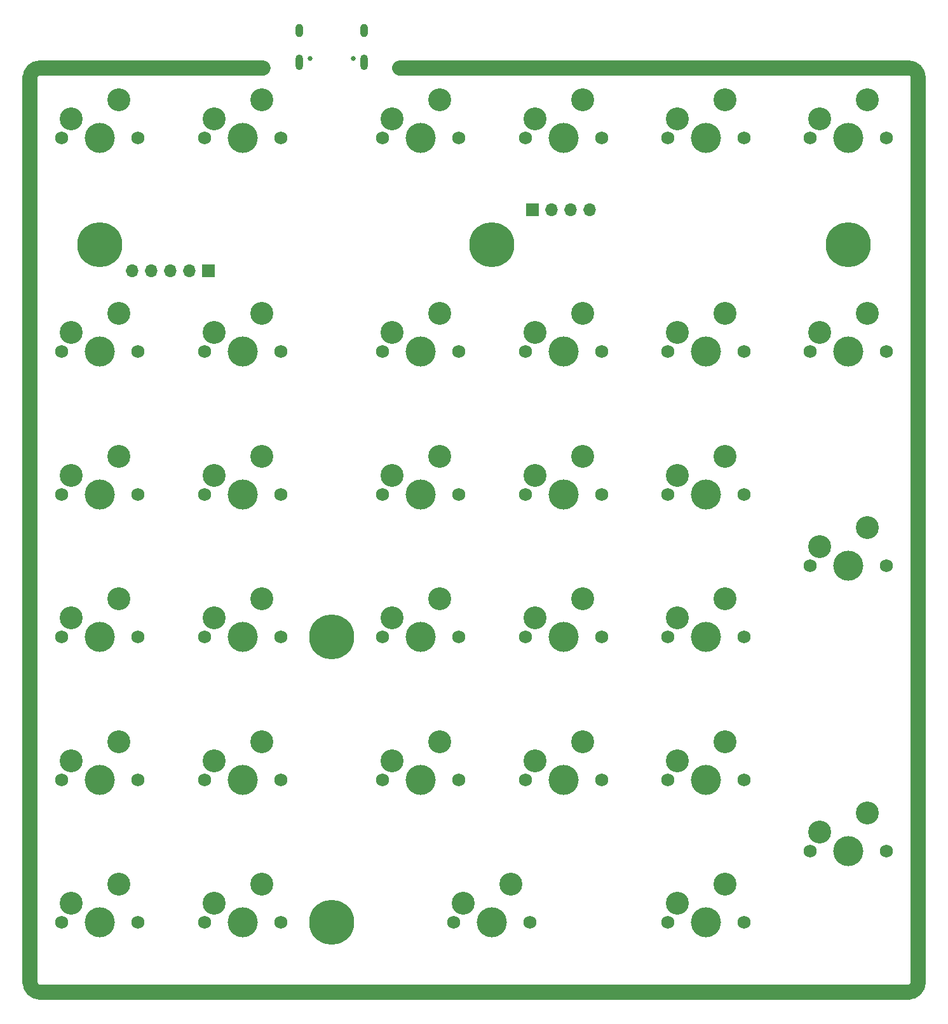
<source format=gbr>
%TF.GenerationSoftware,KiCad,Pcbnew,7.0.5-0*%
%TF.CreationDate,2023-08-05T14:47:29-05:00*%
%TF.ProjectId,Nifty Numpad,4e696674-7920-44e7-956d-7061642e6b69,rev?*%
%TF.SameCoordinates,Original*%
%TF.FileFunction,Soldermask,Top*%
%TF.FilePolarity,Negative*%
%FSLAX46Y46*%
G04 Gerber Fmt 4.6, Leading zero omitted, Abs format (unit mm)*
G04 Created by KiCad (PCBNEW 7.0.5-0) date 2023-08-05 14:47:29*
%MOMM*%
%LPD*%
G01*
G04 APERTURE LIST*
%ADD10C,2.000000*%
%ADD11C,1.750000*%
%ADD12C,3.050000*%
%ADD13C,4.000000*%
%ADD14C,6.000000*%
%ADD15R,1.700000X1.700000*%
%ADD16O,1.700000X1.700000*%
%ADD17C,0.650000*%
%ADD18O,1.000000X1.800000*%
%ADD19O,1.000000X2.100000*%
G04 APERTURE END LIST*
D10*
X152700000Y-196000000D02*
G75*
G03*
X154000000Y-197300000I1300000J0D01*
G01*
X271050000Y-75500000D02*
G75*
G03*
X269750000Y-74200000I-1300000J0D01*
G01*
X154000000Y-197300000D02*
X269750000Y-197300000D01*
X271050000Y-196000000D02*
X271050000Y-75500000D01*
X269750000Y-197300000D02*
G75*
G03*
X271050000Y-196000000I0J1300000D01*
G01*
X154000000Y-74200000D02*
G75*
G03*
X152700000Y-75500000I0J-1300000D01*
G01*
X183780000Y-74200000D02*
X154000000Y-74200000D01*
X152700000Y-75500000D02*
X152700000Y-196000000D01*
X269750000Y-74200000D02*
X201970000Y-74200000D01*
D11*
%TO.C,SW314*%
X175920000Y-131000000D03*
D12*
X177190000Y-128460000D03*
D13*
X181000000Y-131000000D03*
D12*
X183540000Y-125920000D03*
D11*
X186080000Y-131000000D03*
%TD*%
D14*
%TO.C,H105*%
X192875000Y-188000000D03*
%TD*%
D11*
%TO.C,SW313*%
X156920000Y-131000000D03*
D12*
X158190000Y-128460000D03*
D13*
X162000000Y-131000000D03*
D12*
X164540000Y-125920000D03*
D11*
X167080000Y-131000000D03*
%TD*%
%TO.C,SW318*%
X256670000Y-140500000D03*
D12*
X257940000Y-137960000D03*
D13*
X261750000Y-140500000D03*
D12*
X264290000Y-135420000D03*
D11*
X266830000Y-140500000D03*
%TD*%
%TO.C,SW310*%
X218670000Y-112000000D03*
D12*
X219940000Y-109460000D03*
D13*
X223750000Y-112000000D03*
D12*
X226290000Y-106920000D03*
D11*
X228830000Y-112000000D03*
%TD*%
%TO.C,SW308*%
X175920000Y-112000000D03*
D12*
X177190000Y-109460000D03*
D13*
X181000000Y-112000000D03*
D12*
X183540000Y-106920000D03*
D11*
X186080000Y-112000000D03*
%TD*%
%TO.C,SW304*%
X218670000Y-83500000D03*
D12*
X219940000Y-80960000D03*
D13*
X223750000Y-83500000D03*
D12*
X226290000Y-78420000D03*
D11*
X228830000Y-83500000D03*
%TD*%
%TO.C,SW307*%
X156920000Y-112000000D03*
D12*
X158190000Y-109460000D03*
D13*
X162000000Y-112000000D03*
D12*
X164540000Y-106920000D03*
D11*
X167080000Y-112000000D03*
%TD*%
%TO.C,SW305*%
X237670000Y-83500000D03*
D12*
X238940000Y-80960000D03*
D13*
X242750000Y-83500000D03*
D12*
X245290000Y-78420000D03*
D11*
X247830000Y-83500000D03*
%TD*%
%TO.C,SW333*%
X237670000Y-188000000D03*
D12*
X238940000Y-185460000D03*
D13*
X242750000Y-188000000D03*
D12*
X245290000Y-182920000D03*
D11*
X247830000Y-188000000D03*
%TD*%
%TO.C,SW332*%
X209170000Y-188000000D03*
D12*
X210440000Y-185460000D03*
D13*
X214250000Y-188000000D03*
D12*
X216790000Y-182920000D03*
D11*
X219330000Y-188000000D03*
%TD*%
%TO.C,SW330*%
X156920000Y-188000000D03*
D12*
X158190000Y-185460000D03*
D13*
X162000000Y-188000000D03*
D12*
X164540000Y-182920000D03*
D11*
X167080000Y-188000000D03*
%TD*%
%TO.C,SW325*%
X175920000Y-169000000D03*
D12*
X177190000Y-166460000D03*
D13*
X181000000Y-169000000D03*
D12*
X183540000Y-163920000D03*
D11*
X186080000Y-169000000D03*
%TD*%
D15*
%TO.C,J101*%
X176490000Y-101250000D03*
D16*
X173950000Y-101250000D03*
X171410000Y-101250000D03*
X168870000Y-101250000D03*
X166330000Y-101250000D03*
%TD*%
D11*
%TO.C,SW312*%
X256670000Y-112000000D03*
D12*
X257940000Y-109460000D03*
D13*
X261750000Y-112000000D03*
D12*
X264290000Y-106920000D03*
D11*
X266830000Y-112000000D03*
%TD*%
D14*
%TO.C,H102*%
X214250000Y-97750000D03*
%TD*%
D11*
%TO.C,SW320*%
X175920000Y-150000000D03*
D12*
X177190000Y-147460000D03*
D13*
X181000000Y-150000000D03*
D12*
X183540000Y-144920000D03*
D11*
X186080000Y-150000000D03*
%TD*%
%TO.C,SW323*%
X237670000Y-150000000D03*
D12*
X238940000Y-147460000D03*
D13*
X242750000Y-150000000D03*
D12*
X245290000Y-144920000D03*
D11*
X247830000Y-150000000D03*
%TD*%
%TO.C,SW315*%
X199670000Y-131000000D03*
D12*
X200940000Y-128460000D03*
D13*
X204750000Y-131000000D03*
D12*
X207290000Y-125920000D03*
D11*
X209830000Y-131000000D03*
%TD*%
%TO.C,SW303*%
X199670000Y-83500000D03*
D12*
X200940000Y-80960000D03*
D13*
X204750000Y-83500000D03*
D12*
X207290000Y-78420000D03*
D11*
X209830000Y-83500000D03*
%TD*%
D14*
%TO.C,H101*%
X162000000Y-97750000D03*
%TD*%
%TO.C,H103*%
X261750000Y-97750000D03*
%TD*%
D11*
%TO.C,SW324*%
X156920000Y-169000000D03*
D12*
X158190000Y-166460000D03*
D13*
X162000000Y-169000000D03*
D12*
X164540000Y-163920000D03*
D11*
X167080000Y-169000000D03*
%TD*%
D15*
%TO.C,J103*%
X219600000Y-93100000D03*
D16*
X222140000Y-93100000D03*
X224680000Y-93100000D03*
X227220000Y-93100000D03*
%TD*%
D11*
%TO.C,SW302*%
X175920000Y-83500000D03*
D12*
X177190000Y-80960000D03*
D13*
X181000000Y-83500000D03*
D12*
X183540000Y-78420000D03*
D11*
X186080000Y-83500000D03*
%TD*%
%TO.C,SW321*%
X199670000Y-150000000D03*
D12*
X200940000Y-147460000D03*
D13*
X204750000Y-150000000D03*
D12*
X207290000Y-144920000D03*
D11*
X209830000Y-150000000D03*
%TD*%
%TO.C,SW309*%
X199670000Y-112000000D03*
D12*
X200940000Y-109460000D03*
D13*
X204750000Y-112000000D03*
D12*
X207290000Y-106920000D03*
D11*
X209830000Y-112000000D03*
%TD*%
%TO.C,SW322*%
X218670000Y-150000000D03*
D12*
X219940000Y-147460000D03*
D13*
X223750000Y-150000000D03*
D12*
X226290000Y-144920000D03*
D11*
X228830000Y-150000000D03*
%TD*%
D14*
%TO.C,H104*%
X192875000Y-150000000D03*
%TD*%
D11*
%TO.C,SW331*%
X175920000Y-188000000D03*
D12*
X177190000Y-185460000D03*
D13*
X181000000Y-188000000D03*
D12*
X183540000Y-182920000D03*
D11*
X186080000Y-188000000D03*
%TD*%
%TO.C,SW316*%
X218670000Y-131000000D03*
D12*
X219940000Y-128460000D03*
D13*
X223750000Y-131000000D03*
D12*
X226290000Y-125920000D03*
D11*
X228830000Y-131000000D03*
%TD*%
%TO.C,SW328*%
X237670000Y-169000000D03*
D12*
X238940000Y-166460000D03*
D13*
X242750000Y-169000000D03*
D12*
X245290000Y-163920000D03*
D11*
X247830000Y-169000000D03*
%TD*%
%TO.C,SW306*%
X256670000Y-83500000D03*
D12*
X257940000Y-80960000D03*
D13*
X261750000Y-83500000D03*
D12*
X264290000Y-78420000D03*
D11*
X266830000Y-83500000D03*
%TD*%
%TO.C,SW317*%
X237670000Y-131000000D03*
D12*
X238940000Y-128460000D03*
D13*
X242750000Y-131000000D03*
D12*
X245290000Y-125920000D03*
D11*
X247830000Y-131000000D03*
%TD*%
%TO.C,SW319*%
X156920000Y-150000000D03*
D12*
X158190000Y-147460000D03*
D13*
X162000000Y-150000000D03*
D12*
X164540000Y-144920000D03*
D11*
X167080000Y-150000000D03*
%TD*%
%TO.C,SW329*%
X256670000Y-178500000D03*
D12*
X257940000Y-175960000D03*
D13*
X261750000Y-178500000D03*
D12*
X264290000Y-173420000D03*
D11*
X266830000Y-178500000D03*
%TD*%
%TO.C,SW301*%
X156920000Y-83500000D03*
D12*
X158190000Y-80960000D03*
D13*
X162000000Y-83500000D03*
D12*
X164540000Y-78420000D03*
D11*
X167080000Y-83500000D03*
%TD*%
%TO.C,SW311*%
X237670000Y-112000000D03*
D12*
X238940000Y-109460000D03*
D13*
X242750000Y-112000000D03*
D12*
X245290000Y-106920000D03*
D11*
X247830000Y-112000000D03*
%TD*%
%TO.C,SW326*%
X199670000Y-169000000D03*
D12*
X200940000Y-166460000D03*
D13*
X204750000Y-169000000D03*
D12*
X207290000Y-163920000D03*
D11*
X209830000Y-169000000D03*
%TD*%
%TO.C,SW327*%
X218670000Y-169000000D03*
D12*
X219940000Y-166460000D03*
D13*
X223750000Y-169000000D03*
D12*
X226290000Y-163920000D03*
D11*
X228830000Y-169000000D03*
%TD*%
D17*
%TO.C,J102*%
X189985000Y-72930000D03*
X195765000Y-72930000D03*
D18*
X188555000Y-69250000D03*
D19*
X188555000Y-73430000D03*
D18*
X197195000Y-69250000D03*
D19*
X197195000Y-73430000D03*
%TD*%
M02*

</source>
